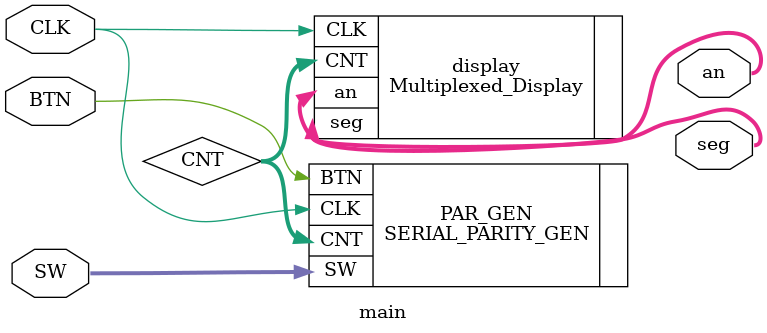
<source format=v>
`include "./SERIAL_PARITY_GEN.v"
`include "./Multiplexed_Display.v"



module main(input CLK, input BTN, input [15:0] SW, output [7:0] seg, output [3:0] an);

wire [4:0] CNT;

//PARITY GENERATOR
SERIAL_PARITY_GEN PAR_GEN(.CLK(CLK),.BTN(BTN), .SW(SW), .CNT(CNT));

//DISPLAY
Multiplexed_Display display(.CLK(CLK),.CNT(CNT),.an(an),.seg(seg));


endmodule

</source>
